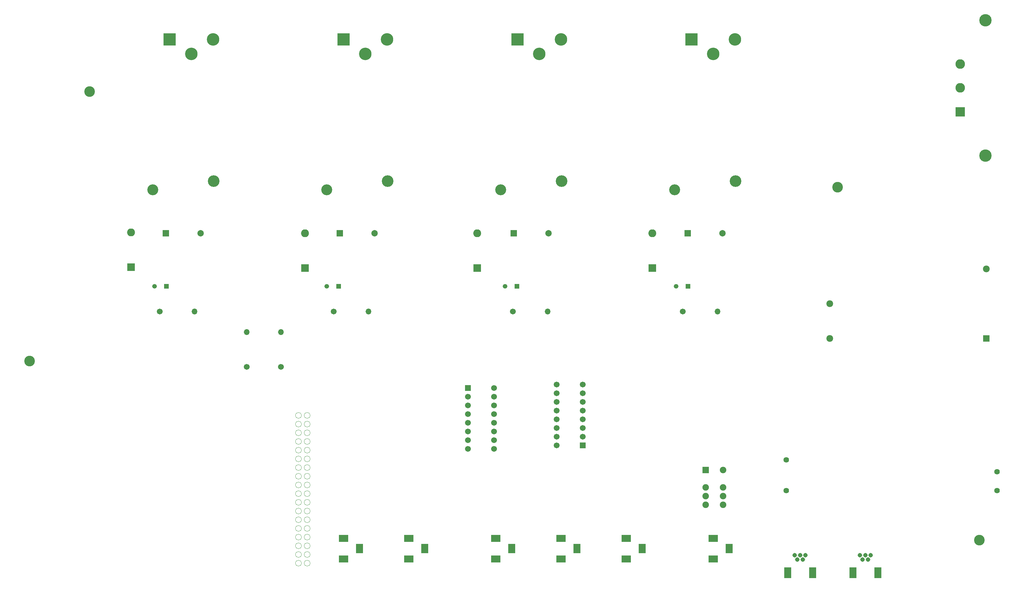
<source format=gbs>
G04 #@! TF.GenerationSoftware,KiCad,Pcbnew,5.1.5-52549c5~84~ubuntu18.04.1*
G04 #@! TF.CreationDate,2020-03-01T16:02:55-05:00*
G04 #@! TF.ProjectId,cropdroid-reservoir,63726f70-6472-46f6-9964-2d7265736572,0.6a*
G04 #@! TF.SameCoordinates,Original*
G04 #@! TF.FileFunction,Soldermask,Bot*
G04 #@! TF.FilePolarity,Negative*
%FSLAX46Y46*%
G04 Gerber Fmt 4.6, Leading zero omitted, Abs format (unit mm)*
G04 Created by KiCad (PCBNEW 5.1.5-52549c5~84~ubuntu18.04.1) date 2020-03-01 16:02:55*
%MOMM*%
%LPD*%
G04 APERTURE LIST*
%ADD10C,0.010000*%
%ADD11C,0.100000*%
%ADD12C,3.101600*%
%ADD13C,0.801600*%
%ADD14C,1.309600*%
%ADD15C,1.625600*%
%ADD16C,1.982600*%
%ADD17R,1.982600X1.982600*%
%ADD18O,1.701600X1.701600*%
%ADD19C,1.701600*%
%ADD20C,1.331600*%
%ADD21R,1.331600X1.331600*%
%ADD22C,3.391600*%
%ADD23C,3.191600*%
%ADD24R,1.861600X1.861600*%
%ADD25C,1.861600*%
%ADD26C,3.657600*%
%ADD27R,3.657600X3.657600*%
%ADD28R,1.701600X1.701600*%
%ADD29C,3.601600*%
%ADD30R,2.801600X2.801600*%
%ADD31C,2.801600*%
%ADD32R,2.701600X2.101600*%
%ADD33R,2.101600X2.701600*%
%ADD34O,2.301600X2.301600*%
%ADD35R,2.301600X2.301600*%
%ADD36R,1.901600X1.901600*%
%ADD37C,1.901600*%
G04 APERTURE END LIST*
D10*
G36*
X321150000Y-210537560D02*
G01*
X321150000Y-213640000D01*
X319242750Y-213640000D01*
X319242750Y-210537560D01*
X321150000Y-210537560D01*
G37*
X321150000Y-210537560D02*
X321150000Y-213640000D01*
X319242750Y-213640000D01*
X319242750Y-210537560D01*
X321150000Y-210537560D01*
G36*
X328450000Y-210538610D02*
G01*
X328450000Y-213640000D01*
X326552430Y-213640000D01*
X326552430Y-210538610D01*
X328450000Y-210538610D01*
G37*
X328450000Y-210538610D02*
X328450000Y-213640000D01*
X326552430Y-213640000D01*
X326552430Y-210538610D01*
X328450000Y-210538610D01*
G36*
X302100000Y-210537560D02*
G01*
X302100000Y-213640000D01*
X300192750Y-213640000D01*
X300192750Y-210537560D01*
X302100000Y-210537560D01*
G37*
X302100000Y-210537560D02*
X302100000Y-213640000D01*
X300192750Y-213640000D01*
X300192750Y-210537560D01*
X302100000Y-210537560D01*
G36*
X309400000Y-210538610D02*
G01*
X309400000Y-213640000D01*
X307502430Y-213640000D01*
X307502430Y-210538610D01*
X309400000Y-210538610D01*
G37*
X309400000Y-210538610D02*
X309400000Y-213640000D01*
X307502430Y-213640000D01*
X307502430Y-210538610D01*
X309400000Y-210538610D01*
D11*
X161719184Y-209346800D02*
G75*
G03X161719184Y-209346800I-860984J0D01*
G01*
X159179184Y-209346800D02*
G75*
G03X159179184Y-209346800I-860984J0D01*
G01*
X161719184Y-206806800D02*
G75*
G03X161719184Y-206806800I-860984J0D01*
G01*
X159179184Y-206806800D02*
G75*
G03X159179184Y-206806800I-860984J0D01*
G01*
X161719184Y-204266800D02*
G75*
G03X161719184Y-204266800I-860984J0D01*
G01*
X159179184Y-204266800D02*
G75*
G03X159179184Y-204266800I-860984J0D01*
G01*
X161719184Y-201726800D02*
G75*
G03X161719184Y-201726800I-860984J0D01*
G01*
X159179184Y-201726800D02*
G75*
G03X159179184Y-201726800I-860984J0D01*
G01*
X161719184Y-199186800D02*
G75*
G03X161719184Y-199186800I-860984J0D01*
G01*
X159179184Y-199186800D02*
G75*
G03X159179184Y-199186800I-860984J0D01*
G01*
X161719184Y-196646800D02*
G75*
G03X161719184Y-196646800I-860984J0D01*
G01*
X159179184Y-196646800D02*
G75*
G03X159179184Y-196646800I-860984J0D01*
G01*
X161719184Y-194106800D02*
G75*
G03X161719184Y-194106800I-860984J0D01*
G01*
X159179184Y-194106800D02*
G75*
G03X159179184Y-194106800I-860984J0D01*
G01*
X161719184Y-191566800D02*
G75*
G03X161719184Y-191566800I-860984J0D01*
G01*
X159179184Y-191566800D02*
G75*
G03X159179184Y-191566800I-860984J0D01*
G01*
X161719184Y-189026800D02*
G75*
G03X161719184Y-189026800I-860984J0D01*
G01*
X159179184Y-189026800D02*
G75*
G03X159179184Y-189026800I-860984J0D01*
G01*
X161719184Y-186486800D02*
G75*
G03X161719184Y-186486800I-860984J0D01*
G01*
X159179184Y-186486800D02*
G75*
G03X159179184Y-186486800I-860984J0D01*
G01*
X161719184Y-183946800D02*
G75*
G03X161719184Y-183946800I-860984J0D01*
G01*
X159179184Y-183946800D02*
G75*
G03X159179184Y-183946800I-860984J0D01*
G01*
X161719184Y-181406800D02*
G75*
G03X161719184Y-181406800I-860984J0D01*
G01*
X159179184Y-181406800D02*
G75*
G03X159179184Y-181406800I-860984J0D01*
G01*
X161719184Y-178866800D02*
G75*
G03X161719184Y-178866800I-860984J0D01*
G01*
X159179184Y-178866800D02*
G75*
G03X159179184Y-178866800I-860984J0D01*
G01*
X161719184Y-176326800D02*
G75*
G03X161719184Y-176326800I-860984J0D01*
G01*
X159179184Y-176326800D02*
G75*
G03X159179184Y-176326800I-860984J0D01*
G01*
X161719184Y-173786800D02*
G75*
G03X161719184Y-173786800I-860984J0D01*
G01*
X159179184Y-173786800D02*
G75*
G03X159179184Y-173786800I-860984J0D01*
G01*
X161719184Y-171246800D02*
G75*
G03X161719184Y-171246800I-860984J0D01*
G01*
X159179184Y-171246800D02*
G75*
G03X159179184Y-171246800I-860984J0D01*
G01*
X161719184Y-168706800D02*
G75*
G03X161719184Y-168706800I-860984J0D01*
G01*
X159179184Y-168706800D02*
G75*
G03X159179184Y-168706800I-860984J0D01*
G01*
X161719184Y-166166800D02*
G75*
G03X161719184Y-166166800I-860984J0D01*
G01*
X159179184Y-166166800D02*
G75*
G03X159179184Y-166166800I-860984J0D01*
G01*
D12*
X357200200Y-202615800D03*
X315798200Y-99491800D03*
X79832200Y-150291800D03*
X97358200Y-71551800D03*
D13*
X320200000Y-212090000D03*
X327500000Y-212090000D03*
D14*
X322250000Y-207040000D03*
X324650000Y-208240000D03*
X323050000Y-208240000D03*
X325450000Y-207040000D03*
X323850000Y-207040000D03*
D13*
X301150000Y-212090000D03*
X308450000Y-212090000D03*
D14*
X303200000Y-207040000D03*
X305600000Y-208240000D03*
X304000000Y-208240000D03*
X306400000Y-207040000D03*
X304800000Y-207040000D03*
D15*
X362288200Y-182651800D03*
X362288200Y-188151800D03*
X300788200Y-179151800D03*
X300788200Y-188151800D03*
D16*
X313512200Y-133527800D03*
X313512200Y-143687800D03*
X359232200Y-123367800D03*
D17*
X359232200Y-143687800D03*
D18*
X231076500Y-135826500D03*
D19*
X220916500Y-135826500D03*
D20*
X218658500Y-128460500D03*
D21*
X222158500Y-128460500D03*
D22*
X235140500Y-97726500D03*
D23*
X217360500Y-100266500D03*
D24*
X221170500Y-112966500D03*
D25*
X231330500Y-112966500D03*
D22*
X133540500Y-97726500D03*
D23*
X115760500Y-100266500D03*
D24*
X119570500Y-112966500D03*
D25*
X129730500Y-112966500D03*
D26*
X127000000Y-60530000D03*
X133350000Y-56340000D03*
D27*
X120650000Y-56340000D03*
D18*
X153238200Y-141782800D03*
D19*
X153238200Y-151942800D03*
X215468200Y-175945800D03*
X207848200Y-175945800D03*
X215468200Y-158165800D03*
X215468200Y-160705800D03*
X215468200Y-163245800D03*
X215468200Y-165785800D03*
X215468200Y-168325800D03*
X215468200Y-170865800D03*
X215468200Y-173405800D03*
X207848200Y-173405800D03*
X207848200Y-170865800D03*
X207848200Y-168325800D03*
X207848200Y-165785800D03*
X207848200Y-163245800D03*
X207848200Y-160705800D03*
D28*
X207848200Y-158165800D03*
D29*
X358912200Y-90220000D03*
X358912200Y-50720000D03*
D30*
X351612200Y-77470000D03*
D31*
X351612200Y-70470000D03*
X351612200Y-63470000D03*
D32*
X279400000Y-208105000D03*
X279400000Y-202105000D03*
D33*
X284100000Y-205105000D03*
D32*
X254000000Y-208105000D03*
X254000000Y-202105000D03*
D33*
X258700000Y-205105000D03*
D32*
X234950000Y-208105000D03*
X234950000Y-202105000D03*
D33*
X239650000Y-205105000D03*
D32*
X215900000Y-208105000D03*
X215900000Y-202105000D03*
D33*
X220600000Y-205105000D03*
D32*
X190500000Y-208105000D03*
X190500000Y-202105000D03*
D33*
X195200000Y-205105000D03*
D32*
X171450000Y-208105000D03*
X171450000Y-202105000D03*
D33*
X176150000Y-205105000D03*
D26*
X177800000Y-60530000D03*
X184150000Y-56340000D03*
D27*
X171450000Y-56340000D03*
D18*
X280746200Y-135813800D03*
D19*
X270586200Y-135813800D03*
X233756200Y-157149800D03*
X241376200Y-157149800D03*
X233756200Y-174929800D03*
X233756200Y-172389800D03*
X233756200Y-169849800D03*
X233756200Y-167309800D03*
X233756200Y-164769800D03*
X233756200Y-162229800D03*
X233756200Y-159689800D03*
X241376200Y-159689800D03*
X241376200Y-162229800D03*
X241376200Y-164769800D03*
X241376200Y-167309800D03*
X241376200Y-169849800D03*
X241376200Y-172389800D03*
D28*
X241376200Y-174929800D03*
D22*
X285940500Y-97726500D03*
D23*
X268160500Y-100266500D03*
D24*
X271970500Y-112966500D03*
D25*
X282130500Y-112966500D03*
D26*
X279400000Y-60530000D03*
X285750000Y-56340000D03*
D27*
X273050000Y-56340000D03*
D20*
X268582200Y-128447800D03*
D21*
X272082200Y-128447800D03*
D34*
X261696200Y-112953800D03*
D35*
X261696200Y-123113800D03*
D18*
X178752500Y-135826500D03*
D19*
X168592500Y-135826500D03*
D20*
X116296500Y-128460500D03*
D21*
X119796500Y-128460500D03*
D18*
X127952500Y-135826500D03*
D19*
X117792500Y-135826500D03*
D20*
X166588500Y-128460500D03*
D21*
X170088500Y-128460500D03*
D36*
X277241000Y-182118000D03*
D37*
X277241000Y-187198000D03*
X277241000Y-189738000D03*
X277241000Y-192278000D03*
X282321000Y-192278000D03*
X282321000Y-189738000D03*
X282321000Y-187198000D03*
X282321000Y-182118000D03*
D18*
X143205200Y-141782800D03*
D19*
X143205200Y-151942800D03*
D22*
X184340500Y-97726500D03*
D23*
X166560500Y-100266500D03*
D24*
X170370500Y-112966500D03*
D25*
X180530500Y-112966500D03*
D26*
X228600000Y-60530000D03*
X234950000Y-56340000D03*
D27*
X222250000Y-56340000D03*
D34*
X210502500Y-112966500D03*
D35*
X210502500Y-123126500D03*
D34*
X160210500Y-112966500D03*
D35*
X160210500Y-123126500D03*
D34*
X109410500Y-112712500D03*
D35*
X109410500Y-122872500D03*
M02*

</source>
